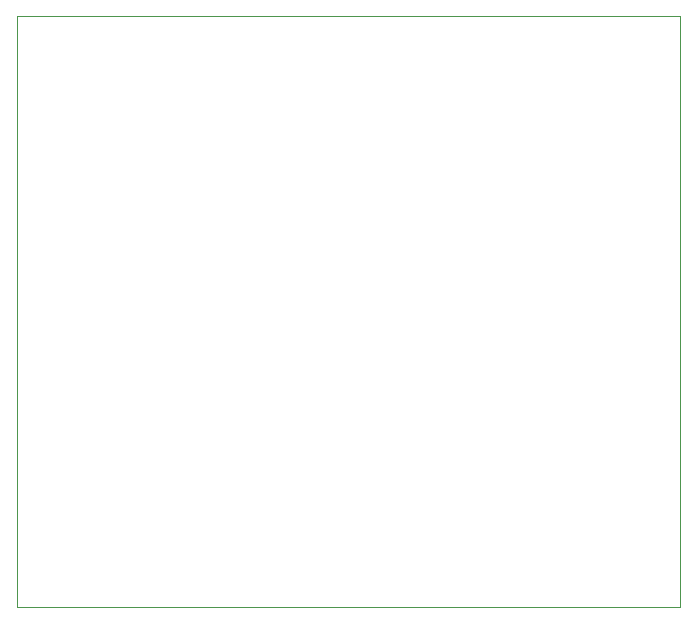
<source format=gbr>
G04 #@! TF.GenerationSoftware,KiCad,Pcbnew,(5.1.4)-1*
G04 #@! TF.CreationDate,2020-01-24T10:01:54+01:00*
G04 #@! TF.ProjectId,PCB_NeoPixel,5043425f-4e65-46f5-9069-78656c2e6b69,rev?*
G04 #@! TF.SameCoordinates,Original*
G04 #@! TF.FileFunction,Profile,NP*
%FSLAX46Y46*%
G04 Gerber Fmt 4.6, Leading zero omitted, Abs format (unit mm)*
G04 Created by KiCad (PCBNEW (5.1.4)-1) date 2020-01-24 10:01:54*
%MOMM*%
%LPD*%
G04 APERTURE LIST*
%ADD10C,0.100000*%
G04 APERTURE END LIST*
D10*
X118973600Y-114554000D02*
X175107600Y-114554000D01*
X118973600Y-64516000D02*
X175107600Y-64516000D01*
X175107600Y-64516000D02*
X175107600Y-114554000D01*
X118973600Y-64516000D02*
X118973600Y-114554000D01*
M02*

</source>
